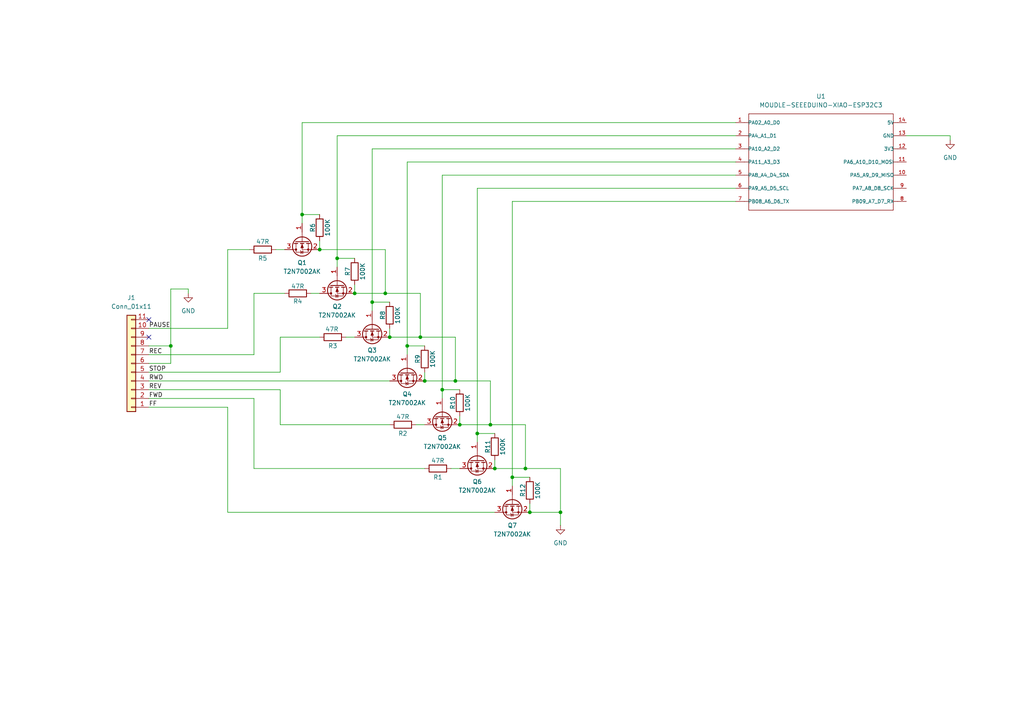
<source format=kicad_sch>
(kicad_sch (version 20250114) (generator "eeschema") (generator_version "9.0")
  (paper "A4")
  (title_block (title "Akai GX 635 Remote") (date "2025-09-13") (rev "0.2") (company "Funkeleinhorn"))
  (lib_symbols
    (symbol "Connector_Generic:Conn_01x11" (pin_names (offset 1.016) (hide yes))
      (property "Reference" "J" (at 0 15.24 0))
      (property "Value" "Conn_01x11" (at 0 -15.24 0))
      (symbol "Conn_01x11_1_1"
        (rectangle (start -1.27 13.97) (end 1.27 -13.97) (stroke (width 0.254)) (fill (type background)))
        (rectangle (start -1.27 12.827) (end 0 12.573) (stroke (width 0.1524)))
        (rectangle (start -1.27 10.287) (end 0 10.033) (stroke (width 0.1524)))
        (rectangle (start -1.27 7.747) (end 0 7.493) (stroke (width 0.1524)))
        (rectangle (start -1.27 5.207) (end 0 4.953) (stroke (width 0.1524)))
        (rectangle (start -1.27 2.667) (end 0 2.413) (stroke (width 0.1524)))
        (rectangle (start -1.27 0.127) (end 0 -0.127) (stroke (width 0.1524)))
        (rectangle (start -1.27 -2.413) (end 0 -2.667) (stroke (width 0.1524)))
        (rectangle (start -1.27 -4.953) (end 0 -5.207) (stroke (width 0.1524)))
        (rectangle (start -1.27 -7.493) (end 0 -7.747) (stroke (width 0.1524)))
        (rectangle (start -1.27 -10.033) (end 0 -10.287) (stroke (width 0.1524)))
        (rectangle (start -1.27 -12.573) (end 0 -12.827) (stroke (width 0.1524)))
        (pin passive line (at -5.08 12.7 0) (length 3.81) (name "Pin_1") (number "1"))
        (pin passive line (at -5.08 10.16 0) (length 3.81) (name "Pin_2") (number "2"))
        (pin passive line (at -5.08 7.62 0) (length 3.81) (name "Pin_3") (number "3"))
        (pin passive line (at -5.08 5.08 0) (length 3.81) (name "Pin_4") (number "4"))
        (pin passive line (at -5.08 2.54 0) (length 3.81) (name "Pin_5") (number "5"))
        (pin passive line (at -5.08 0 0) (length 3.81) (name "Pin_6") (number "6"))
        (pin passive line (at -5.08 -2.54 0) (length 3.81) (name "Pin_7") (number "7"))
        (pin passive line (at -5.08 -5.08 0) (length 3.81) (name "Pin_8") (number "8"))
        (pin passive line (at -5.08 -7.62 0) (length 3.81) (name "Pin_9") (number "9"))
        (pin passive line (at -5.08 -10.16 0) (length 3.81) (name "Pin_10") (number "10"))
        (pin passive line (at -5.08 -12.7 0) (length 3.81) (name "Pin_11") (number "11"))
      )
    )
    (symbol "Device:R" (pin_numbers (hide yes)) (pin_names (offset 0))
      (property "Reference" "R" (at 2.032 0 90))
      (property "Value" "R" (at 0 0 90))
      (symbol "R_0_1"
        (rectangle (start -1.016 -2.54) (end 1.016 2.54) (stroke (width 0.254)))
      )
      (symbol "R_1_1"
        (pin passive line (at 0 3.81 270) (length 1.27) (name "~") (number "1"))
        (pin passive line (at 0 -3.81 90) (length 1.27) (name "~") (number "2"))
      )
    )
    (symbol "MOUDLE-SEEEDUINO-XIAO-ESP32C3:MOUDLE-SEEEDUINO-XIAO-ESP32C3" (pin_names (offset 1.016))
      (property "Reference" "U" (at -21.59 15.24 0))
      (property "Value" "MOUDLE-SEEEDUINO-XIAO-ESP32C3" (at -21.59 13.97 0))
      (symbol "MOUDLE-SEEEDUINO-XIAO-ESP32C3_0_0"
        (polyline (pts (xy -21.59 13.97) (xy 20.32 13.97)) (stroke (width 0.1524)))
        (polyline (pts (xy -21.59 11.43) (xy -22.86 11.43)) (stroke (width 0.1524)))
        (polyline (pts (xy -21.59 11.43) (xy -21.59 13.97)) (stroke (width 0.1524)))
        (polyline (pts (xy -21.59 7.62) (xy -22.86 7.62)) (stroke (width 0.1524)))
        (polyline (pts (xy -21.59 7.62) (xy -21.59 11.43)) (stroke (width 0.1524)))
        (polyline (pts (xy -21.59 3.81) (xy -22.86 3.81)) (stroke (width 0.1524)))
        (polyline (pts (xy -21.59 3.81) (xy -21.59 7.62)) (stroke (width 0.1524)))
        (polyline (pts (xy -21.59 0) (xy -22.86 0)) (stroke (width 0.1524)))
        (polyline (pts (xy -21.59 0) (xy -21.59 3.81)) (stroke (width 0.1524)))
        (polyline (pts (xy -21.59 -3.81) (xy -22.86 -3.81)) (stroke (width 0.1524)))
        (polyline (pts (xy -21.59 -7.62) (xy -22.86 -7.62)) (stroke (width 0.1524)))
        (polyline (pts (xy -21.59 -11.43) (xy -22.86 -11.43)) (stroke (width 0.1524)))
        (polyline (pts (xy -21.59 -13.97) (xy -21.59 0)) (stroke (width 0.1524)))
        (polyline (pts (xy 20.32 13.97) (xy 20.32 11.43)) (stroke (width 0.1524)))
        (polyline (pts (xy 20.32 11.43) (xy 20.32 7.62)) (stroke (width 0.1524)))
        (polyline (pts (xy 20.32 7.62) (xy 20.32 3.81)) (stroke (width 0.1524)))
        (polyline (pts (xy 20.32 3.81) (xy 20.32 -13.97)) (stroke (width 0.1524)))
        (polyline (pts (xy 20.32 -13.97) (xy -21.59 -13.97)) (stroke (width 0.1524)))
        (polyline (pts (xy 21.59 11.43) (xy 20.32 11.43)) (stroke (width 0.1524)))
        (polyline (pts (xy 21.59 7.62) (xy 20.32 7.62)) (stroke (width 0.1524)))
        (polyline (pts (xy 21.59 3.81) (xy 20.32 3.81)) (stroke (width 0.1524)))
        (polyline (pts (xy 21.59 0) (xy 20.32 0)) (stroke (width 0.1524)))
        (polyline (pts (xy 21.59 -3.81) (xy 20.32 -3.81)) (stroke (width 0.1524)))
        (polyline (pts (xy 21.59 -7.62) (xy 20.32 -7.62)) (stroke (width 0.1524)))
        (polyline (pts (xy 21.59 -11.43) (xy 20.32 -11.43)) (stroke (width 0.1524)))
        (pin bidirectional line (at -25.4 11.43 0) (length 2.54) (name "PA02_A0_D0") (number "1"))
        (pin bidirectional line (at -25.4 7.62 0) (length 2.54) (name "PA4_A1_D1") (number "2"))
        (pin bidirectional line (at -25.4 3.81 0) (length 2.54) (name "PA10_A2_D2") (number "3"))
        (pin bidirectional line (at -25.4 0 0) (length 2.54) (name "PA11_A3_D3") (number "4"))
        (pin bidirectional line (at -25.4 -3.81 0) (length 2.54) (name "PA8_A4_D4_SDA") (number "5"))
        (pin bidirectional line (at -25.4 -7.62 0) (length 2.54) (name "PA9_A5_D5_SCL") (number "6"))
        (pin bidirectional line (at -25.4 -11.43 0) (length 2.54) (name "PB08_A6_D6_TX") (number "7"))
        (pin bidirectional line (at 24.13 11.43 180) (length 2.54) (name "5V") (number "14"))
        (pin bidirectional line (at 24.13 7.62 180) (length 2.54) (name "GND") (number "13"))
        (pin bidirectional line (at 24.13 3.81 180) (length 2.54) (name "3V3") (number "12"))
        (pin bidirectional line (at 24.13 0 180) (length 2.54) (name "PA6_A10_D10_MOSI") (number "11"))
        (pin bidirectional line (at 24.13 -3.81 180) (length 2.54) (name "PA5_A9_D9_MISO") (number "10"))
        (pin bidirectional line (at 24.13 -7.62 180) (length 2.54) (name "PA7_A8_D8_SCK") (number "9"))
        (pin bidirectional line (at 24.13 -11.43 180) (length 2.54) (name "PB09_A7_D7_RX") (number "8"))
      )
    )
    (symbol "Transistor_FET:T2N7002AK" (pin_names (hide yes))
      (property "Reference" "Q" (at 5.08 1.905 0))
      (property "Value" "T2N7002AK" (at 5.08 0 0))
      (symbol "T2N7002AK_0_1"
        (polyline (pts (xy 0.254 1.905) (xy 0.254 -1.905)) (stroke (width 0.254)))
        (polyline (pts (xy 0.254 0) (xy -2.54 0)))
        (polyline (pts (xy 0.762 2.286) (xy 0.762 1.27)) (stroke (width 0.254)))
        (polyline (pts (xy 0.762 0.508) (xy 0.762 -0.508)) (stroke (width 0.254)))
        (polyline (pts (xy 0.762 -1.27) (xy 0.762 -2.286)) (stroke (width 0.254)))
        (polyline (pts (xy 0.762 -1.778) (xy 3.302 -1.778) (xy 3.302 1.778) (xy 0.762 1.778)))
        (polyline (pts (xy 1.016 0) (xy 2.032 0.381) (xy 2.032 -0.381) (xy 1.016 0)) (fill (type outline)))
        (circle (center 1.651 0) (radius 2.794) (stroke (width 0.254)))
        (polyline (pts (xy 2.54 2.54) (xy 2.54 1.778)))
        (circle (center 2.54 1.778) (radius 0.254) (fill (type outline)))
        (circle (center 2.54 -1.778) (radius 0.254) (fill (type outline)))
        (polyline (pts (xy 2.54 -2.54) (xy 2.54 0) (xy 0.762 0)))
        (polyline (pts (xy 2.794 0.508) (xy 2.921 0.381) (xy 3.683 0.381) (xy 3.81 0.254)))
        (polyline (pts (xy 3.302 0.381) (xy 2.921 -0.254) (xy 3.683 -0.254) (xy 3.302 0.381)))
      )
      (symbol "T2N7002AK_1_1"
        (pin input line (at -5.08 0 0) (length 2.54) (name "G") (number "1"))
        (pin passive line (at 2.54 5.08 270) (length 2.54) (name "D") (number "3"))
        (pin passive line (at 2.54 -5.08 90) (length 2.54) (name "S") (number "2"))
      )
    )
    (symbol "power:GND" (power) (pin_numbers (hide yes)) (pin_names (offset 0) (hide yes))
      (property "Value" "GND" (at 0 -3.81 0))
      (symbol "GND_0_1"
        (polyline (pts (xy 0 0) (xy 0 -1.27) (xy 1.27 -1.27) (xy 0 -2.54) (xy -1.27 -1.27) (xy 0 -1.27)))
      )
      (symbol "GND_1_1"
        (pin power_in line (at 0 0 270) (length 0) (name "~") (number "1"))
      )
    )
  )
  (junction (at 133.35 123.19))
  (junction (at 148.59 138.43))
  (junction (at 132.08 110.49))
  (junction (at 92.71 72.39))
  (junction (at 128.27 113.03))
  (junction (at 152.4 135.89))
  (junction (at 138.43 125.73))
  (junction (at 118.11 100.33))
  (junction (at 162.56 148.59))
  (junction (at 121.92 97.79))
  (junction (at 142.24 123.19))
  (junction (at 111.76 85.09))
  (junction (at 97.79 74.93))
  (junction (at 113.03 97.79))
  (junction (at 87.63 62.23))
  (junction (at 107.95 87.63))
  (junction (at 123.19 110.49))
  (junction (at 49.53 100.33))
  (junction (at 102.87 85.09))
  (junction (at 153.67 148.59))
  (junction (at 143.51 135.89))
  (no_connect (at 43.18 97.79))
  (no_connect (at 43.18 92.71))
  (wire (pts (xy 54.61 83.82) (xy 54.61 85.09)))
  (wire (pts (xy 107.95 87.63) (xy 113.03 87.63)))
  (wire (pts (xy 275.59 39.37) (xy 262.89 39.37)))
  (wire (pts (xy 118.11 46.99) (xy 213.36 46.99)))
  (wire (pts (xy 111.76 72.39) (xy 92.71 72.39)))
  (wire (pts (xy 49.53 100.33) (xy 43.18 100.33)))
  (wire (pts (xy 142.24 123.19) (xy 142.24 110.49)))
  (wire (pts (xy 118.11 100.33) (xy 118.11 102.87)))
  (wire (pts (xy 43.18 118.11) (xy 66.04 118.11)))
  (wire (pts (xy 118.11 46.99) (xy 118.11 100.33)))
  (wire (pts (xy 121.92 85.09) (xy 111.76 85.09)))
  (wire (pts (xy 107.95 43.18) (xy 213.36 43.18)))
  (wire (pts (xy 102.87 82.55) (xy 102.87 85.09)))
  (wire (pts (xy 132.08 97.79) (xy 121.92 97.79)))
  (wire (pts (xy 107.95 43.18) (xy 107.95 87.63)))
  (wire (pts (xy 43.18 110.49) (xy 113.03 110.49)))
  (wire (pts (xy 152.4 123.19) (xy 142.24 123.19)))
  (wire (pts (xy 97.79 39.37) (xy 213.36 39.37)))
  (wire (pts (xy 49.53 105.41) (xy 49.53 100.33)))
  (wire (pts (xy 138.43 128.27) (xy 138.43 125.73)))
  (wire (pts (xy 87.63 62.23) (xy 92.71 62.23)))
  (wire (pts (xy 148.59 140.97) (xy 148.59 138.43)))
  (wire (pts (xy 138.43 125.73) (xy 143.51 125.73)))
  (wire (pts (xy 66.04 148.59) (xy 66.04 118.11)))
  (wire (pts (xy 87.63 35.56) (xy 87.63 62.23)))
  (wire (pts (xy 49.53 83.82) (xy 49.53 100.33)))
  (wire (pts (xy 100.33 97.79) (xy 102.87 97.79)))
  (wire (pts (xy 152.4 135.89) (xy 152.4 123.19)))
  (wire (pts (xy 128.27 50.8) (xy 128.27 113.03)))
  (wire (pts (xy 66.04 72.39) (xy 66.04 95.25)))
  (wire (pts (xy 162.56 152.4) (xy 162.56 148.59)))
  (wire (pts (xy 66.04 72.39) (xy 72.39 72.39)))
  (wire (pts (xy 81.28 123.19) (xy 113.03 123.19)))
  (wire (pts (xy 73.66 135.89) (xy 73.66 115.57)))
  (wire (pts (xy 128.27 115.57) (xy 128.27 113.03)))
  (wire (pts (xy 148.59 58.42) (xy 213.36 58.42)))
  (wire (pts (xy 73.66 135.89) (xy 123.19 135.89)))
  (wire (pts (xy 81.28 113.03) (xy 81.28 123.19)))
  (wire (pts (xy 97.79 39.37) (xy 97.79 74.93)))
  (wire (pts (xy 43.18 105.41) (xy 49.53 105.41)))
  (wire (pts (xy 43.18 113.03) (xy 81.28 113.03)))
  (wire (pts (xy 80.01 72.39) (xy 82.55 72.39)))
  (wire (pts (xy 132.08 110.49) (xy 123.19 110.49)))
  (wire (pts (xy 121.92 97.79) (xy 121.92 85.09)))
  (wire (pts (xy 123.19 123.19) (xy 120.65 123.19)))
  (wire (pts (xy 87.63 35.56) (xy 213.36 35.56)))
  (wire (pts (xy 138.43 54.61) (xy 213.36 54.61)))
  (wire (pts (xy 123.19 107.95) (xy 123.19 110.49)))
  (wire (pts (xy 132.08 110.49) (xy 132.08 97.79)))
  (wire (pts (xy 275.59 40.64) (xy 275.59 39.37)))
  (wire (pts (xy 73.66 85.09) (xy 82.55 85.09)))
  (wire (pts (xy 153.67 148.59) (xy 162.56 148.59)))
  (wire (pts (xy 133.35 120.65) (xy 133.35 123.19)))
  (wire (pts (xy 142.24 123.19) (xy 133.35 123.19)))
  (wire (pts (xy 153.67 146.05) (xy 153.67 148.59)))
  (wire (pts (xy 90.17 85.09) (xy 92.71 85.09)))
  (wire (pts (xy 113.03 95.25) (xy 113.03 97.79)))
  (wire (pts (xy 49.53 83.82) (xy 54.61 83.82)))
  (wire (pts (xy 81.28 107.95) (xy 43.18 107.95)))
  (wire (pts (xy 162.56 135.89) (xy 152.4 135.89)))
  (wire (pts (xy 92.71 69.85) (xy 92.71 72.39)))
  (wire (pts (xy 81.28 97.79) (xy 81.28 107.95)))
  (wire (pts (xy 143.51 135.89) (xy 152.4 135.89)))
  (wire (pts (xy 148.59 58.42) (xy 148.59 138.43)))
  (wire (pts (xy 107.95 90.17) (xy 107.95 87.63)))
  (wire (pts (xy 97.79 74.93) (xy 102.87 74.93)))
  (wire (pts (xy 43.18 115.57) (xy 73.66 115.57)))
  (wire (pts (xy 128.27 50.8) (xy 213.36 50.8)))
  (wire (pts (xy 123.19 100.33) (xy 118.11 100.33)))
  (wire (pts (xy 138.43 54.61) (xy 138.43 125.73)))
  (wire (pts (xy 111.76 85.09) (xy 111.76 72.39)))
  (wire (pts (xy 97.79 74.93) (xy 97.79 77.47)))
  (wire (pts (xy 148.59 138.43) (xy 153.67 138.43)))
  (wire (pts (xy 121.92 97.79) (xy 113.03 97.79)))
  (wire (pts (xy 142.24 110.49) (xy 132.08 110.49)))
  (wire (pts (xy 92.71 97.79) (xy 81.28 97.79)))
  (wire (pts (xy 111.76 85.09) (xy 102.87 85.09)))
  (wire (pts (xy 130.81 135.89) (xy 133.35 135.89)))
  (wire (pts (xy 162.56 148.59) (xy 162.56 135.89)))
  (wire (pts (xy 43.18 102.87) (xy 73.66 102.87)))
  (wire (pts (xy 66.04 95.25) (xy 43.18 95.25)))
  (wire (pts (xy 128.27 113.03) (xy 133.35 113.03)))
  (wire (pts (xy 73.66 102.87) (xy 73.66 85.09)))
  (wire (pts (xy 143.51 133.35) (xy 143.51 135.89)))
  (wire (pts (xy 66.04 148.59) (xy 143.51 148.59)))
  (wire (pts (xy 87.63 62.23) (xy 87.63 64.77)))
  (label "REV" (at 43.18 113.03 0))
  (label "STOP" (at 43.18 107.95 0))
  (label "PAUSE" (at 43.18 95.25 0))
  (label "RWD" (at 43.18 110.49 0))
  (label "REC" (at 43.18 102.87 0))
  (label "FF" (at 43.18 118.11 0))
  (label "FWD" (at 43.18 115.57 0))
  (symbol (lib_id "Device:R") (at 76.2 72.39 90) (mirror x) (unit 1)
    (property "Reference" "R5" (at 76.2 74.93 90))
    (property "Value" "47R" (at 76.2 70.104 90))
    (property "Footprint" "Resistor_SMD:R_0603_1608Metric" (effects (hide yes)))
    (property "Description" "Resistor" (effects (hide yes)))
  )
  (symbol (lib_id "power:GND") (at 54.61 85.09 0) (unit 1)
    (property "Reference" "#PWR01" (effects (hide yes)))
    (property "Value" "GND" (at 54.61 90.17 0))
    (property "Description" "Power symbol creates a global label with name \"GND\" , ground" (effects (hide yes)))
  )
  (symbol (lib_id "Transistor_FET:T2N7002AK") (at 107.95 95.25 90) (mirror x) (unit 1)
    (property "Reference" "Q3" (at 107.95 101.6 90))
    (property "Value" "T2N7002AK" (at 107.95 104.14 90))
    (property "Footprint" "Package_TO_SOT_SMD:SOT-23" (effects (hide yes)))
    (property "Datasheet" "https://toshiba.semicon-storage.com/info/docget.jsp?did=29712&prodName=T2N7002AK" (effects (hide yes)))
    (property "Description" "60V Vds, 0.2A Id, N-Channel MOSFET, SOT-23" (effects (hide yes)))
  )
  (symbol (lib_id "Transistor_FET:T2N7002AK") (at 97.79 82.55 90) (mirror x) (unit 1)
    (property "Reference" "Q2" (at 97.79 88.9 90))
    (property "Value" "T2N7002AK" (at 97.79 91.44 90))
    (property "Footprint" "Package_TO_SOT_SMD:SOT-23" (effects (hide yes)))
    (property "Datasheet" "https://toshiba.semicon-storage.com/info/docget.jsp?did=29712&prodName=T2N7002AK" (effects (hide yes)))
    (property "Description" "60V Vds, 0.2A Id, N-Channel MOSFET, SOT-23" (effects (hide yes)))
  )
  (symbol (lib_id "Device:R") (at 113.03 91.44 0) (mirror x) (unit 1)
    (property "Reference" "R8" (at 110.998 91.44 90))
    (property "Value" "100K" (at 115.316 91.44 90))
    (property "Footprint" "Resistor_SMD:R_0603_1608Metric" (effects (hide yes)))
    (property "Description" "Resistor" (effects (hide yes)))
  )
  (symbol (lib_id "Device:R") (at 123.19 104.14 0) (mirror x) (unit 1)
    (property "Reference" "R9" (at 121.158 104.14 90))
    (property "Value" "100K" (at 125.476 104.14 90))
    (property "Footprint" "Resistor_SMD:R_0603_1608Metric" (effects (hide yes)))
    (property "Description" "Resistor" (effects (hide yes)))
  )
  (symbol (lib_id "Transistor_FET:T2N7002AK") (at 138.43 133.35 90) (mirror x) (unit 1)
    (property "Reference" "Q6" (at 138.43 139.7 90))
    (property "Value" "T2N7002AK" (at 138.43 142.24 90))
    (property "Footprint" "Package_TO_SOT_SMD:SOT-23" (effects (hide yes)))
    (property "Datasheet" "https://toshiba.semicon-storage.com/info/docget.jsp?did=29712&prodName=T2N7002AK" (effects (hide yes)))
    (property "Description" "60V Vds, 0.2A Id, N-Channel MOSFET, SOT-23" (effects (hide yes)))
  )
  (symbol (lib_id "Device:R") (at 96.52 97.79 90) (mirror x) (unit 1)
    (property "Reference" "R3" (at 96.52 100.33 90))
    (property "Value" "47R" (at 96.266 95.504 90))
    (property "Footprint" "Resistor_SMD:R_0603_1608Metric" (effects (hide yes)))
    (property "Description" "Resistor" (effects (hide yes)))
  )
  (symbol (lib_id "Device:R") (at 102.87 78.74 0) (mirror x) (unit 1)
    (property "Reference" "R7" (at 100.838 78.74 90))
    (property "Value" "100K" (at 105.156 78.74 90))
    (property "Footprint" "Resistor_SMD:R_0603_1608Metric" (effects (hide yes)))
    (property "Description" "Resistor" (effects (hide yes)))
  )
  (symbol (lib_id "Device:R") (at 133.35 116.84 0) (mirror x) (unit 1)
    (property "Reference" "R10" (at 131.318 116.84 90))
    (property "Value" "100K" (at 135.636 116.84 90))
    (property "Footprint" "Resistor_SMD:R_0603_1608Metric" (effects (hide yes)))
    (property "Description" "Resistor" (effects (hide yes)))
  )
  (symbol (lib_id "Connector_Generic:Conn_01x11") (at 38.1 105.41 180) (unit 1)
    (property "Reference" "J1" (at 38.1 86.36 0))
    (property "Value" "Conn_01x11" (at 38.1 88.9 0))
    (property "Footprint" "akai_gx_635_remote_control_port:AKAI_GX_635_REMOTE_CONTROL_PORT" (effects (hide yes)))
    (property "Description" "Generic connector, single row, 01x11, script generated (kicad-library-utils/schlib/autogen/connector/)" (effects (hide yes)))
  )
  (symbol (lib_id "power:GND") (at 162.56 152.4 0) (unit 1)
    (property "Reference" "#PWR03" (effects (hide yes)))
    (property "Value" "GND" (at 162.56 157.48 0))
    (property "Description" "Power symbol creates a global label with name \"GND\" , ground" (effects (hide yes)))
  )
  (symbol (lib_id "Device:R") (at 127 135.89 90) (mirror x) (unit 1)
    (property "Reference" "R1" (at 127 138.43 90))
    (property "Value" "47R" (at 127 133.604 90))
    (property "Footprint" "Resistor_SMD:R_0603_1608Metric" (effects (hide yes)))
    (property "Description" "Resistor" (effects (hide yes)))
  )
  (symbol (lib_id "MOUDLE-SEEEDUINO-XIAO-ESP32C3:MOUDLE-SEEEDUINO-XIAO-ESP32C3") (at 238.76 46.99 0) (unit 1)
    (property "Reference" "U1" (at 238.125 27.94 0))
    (property "Value" "MOUDLE-SEEEDUINO-XIAO-ESP32C3" (at 238.125 30.48 0))
    (property "Footprint" "MOUDLE14P-SMD-2.54-21X17.8MM" (effects (hide yes)))
  )
  (symbol (lib_id "Device:R") (at 116.84 123.19 90) (mirror x) (unit 1)
    (property "Reference" "R2" (at 116.84 125.73 90))
    (property "Value" "47R" (at 116.84 120.904 90))
    (property "Footprint" "Resistor_SMD:R_0603_1608Metric" (effects (hide yes)))
    (property "Description" "Resistor" (effects (hide yes)))
  )
  (symbol (lib_id "Device:R") (at 92.71 66.04 0) (mirror x) (unit 1)
    (property "Reference" "R6" (at 90.678 66.04 90))
    (property "Value" "100K" (at 94.996 66.04 90))
    (property "Footprint" "Resistor_SMD:R_0603_1608Metric" (effects (hide yes)))
    (property "Description" "Resistor" (effects (hide yes)))
  )
  (symbol (lib_id "Device:R") (at 153.67 142.24 0) (mirror x) (unit 1)
    (property "Reference" "R12" (at 151.638 142.24 90))
    (property "Value" "100K" (at 155.956 142.24 90))
    (property "Footprint" "Resistor_SMD:R_0603_1608Metric" (effects (hide yes)))
    (property "Description" "Resistor" (effects (hide yes)))
  )
  (symbol (lib_id "Transistor_FET:T2N7002AK") (at 128.27 120.65 90) (mirror x) (unit 1)
    (property "Reference" "Q5" (at 128.27 127 90))
    (property "Value" "T2N7002AK" (at 128.27 129.54 90))
    (property "Footprint" "Package_TO_SOT_SMD:SOT-23" (effects (hide yes)))
    (property "Datasheet" "https://toshiba.semicon-storage.com/info/docget.jsp?did=29712&prodName=T2N7002AK" (effects (hide yes)))
    (property "Description" "60V Vds, 0.2A Id, N-Channel MOSFET, SOT-23" (effects (hide yes)))
  )
  (symbol (lib_id "Transistor_FET:T2N7002AK") (at 118.11 107.95 90) (mirror x) (unit 1)
    (property "Reference" "Q4" (at 118.11 114.3 90))
    (property "Value" "T2N7002AK" (at 118.11 116.84 90))
    (property "Footprint" "Package_TO_SOT_SMD:SOT-23" (effects (hide yes)))
    (property "Datasheet" "https://toshiba.semicon-storage.com/info/docget.jsp?did=29712&prodName=T2N7002AK" (effects (hide yes)))
    (property "Description" "60V Vds, 0.2A Id, N-Channel MOSFET, SOT-23" (effects (hide yes)))
  )
  (symbol (lib_id "Transistor_FET:T2N7002AK") (at 148.59 146.05 90) (mirror x) (unit 1)
    (property "Reference" "Q7" (at 148.59 152.4 90))
    (property "Value" "T2N7002AK" (at 148.59 154.94 90))
    (property "Footprint" "Package_TO_SOT_SMD:SOT-23" (effects (hide yes)))
    (property "Datasheet" "https://toshiba.semicon-storage.com/info/docget.jsp?did=29712&prodName=T2N7002AK" (effects (hide yes)))
    (property "Description" "60V Vds, 0.2A Id, N-Channel MOSFET, SOT-23" (effects (hide yes)))
  )
  (symbol (lib_id "Device:R") (at 86.36 85.09 90) (mirror x) (unit 1)
    (property "Reference" "R4" (at 86.36 87.376 90))
    (property "Value" "47R" (at 86.36 83.058 90))
    (property "Footprint" "Resistor_SMD:R_0603_1608Metric" (effects (hide yes)))
    (property "Description" "Resistor" (effects (hide yes)))
  )
  (symbol (lib_id "Transistor_FET:T2N7002AK") (at 87.63 69.85 90) (mirror x) (unit 1)
    (property "Reference" "Q1" (at 87.63 76.2 90))
    (property "Value" "T2N7002AK" (at 87.63 78.74 90))
    (property "Footprint" "Package_TO_SOT_SMD:SOT-23" (effects (hide yes)))
    (property "Datasheet" "https://toshiba.semicon-storage.com/info/docget.jsp?did=29712&prodName=T2N7002AK" (effects (hide yes)))
    (property "Description" "60V Vds, 0.2A Id, N-Channel MOSFET, SOT-23" (effects (hide yes)))
  )
  (symbol (lib_id "Device:R") (at 143.51 129.54 0) (mirror x) (unit 1)
    (property "Reference" "R11" (at 141.478 129.54 90))
    (property "Value" "100K" (at 145.796 129.54 90))
    (property "Footprint" "Resistor_SMD:R_0603_1608Metric" (effects (hide yes)))
    (property "Description" "Resistor" (effects (hide yes)))
  )
  (symbol (lib_id "power:GND") (at 275.59 40.64 0) (unit 1)
    (property "Reference" "#PWR02" (effects (hide yes)))
    (property "Value" "GND" (at 275.59 45.72 0))
    (property "Description" "Power symbol creates a global label with name \"GND\" , ground" (effects (hide yes)))
  )
)
</source>
